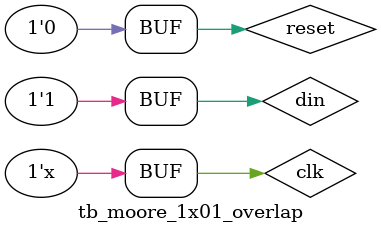
<source format=v>
module moore_1x01_overlap (
    input din,clk,reset,output y1,y2
);
    parameter s1=4'b0000,s2=s1+1'b1,s3=s2+1'b1,s4=s3+1'b1,s5=s4+1'b1,s6=s5+1'b1,s7=s6+1'b1,s8=s7+1'b1; 
    reg [3:0]cs,ns;

    always @(posedge clk ) begin
        if (reset) begin
            cs<=0;
        end else begin
            cs<=ns;
        end
    end

    always @(cs,din) begin
        case(cs) 
            s1: if(din==1) ns<=s2; else ns<=s1;
            s2: if(din==0) ns<=s3; else ns<=s6;
            //1001
            s3: if(din==0) ns<=s4; else ns<=s2;
            s4: if(din==1) ns<=s5; else ns<=s1;
            s5: if(din==1) ns<=s1; else ns<=s3;
            //1101
            s6: if(din==0) ns<=s7; else ns<=s6; 
            s7: if(din==1) ns<=s8; else ns<=s2; 
            s8: if(din==1) ns<=s6; else ns<=s1;
            default : ns<=s1;
                 
        endcase
    end
assign y1=(cs==s8)?1:0;
assign y2=(cs==s5)?1:0;
endmodule //moore_1x01_overlap

module tb_moore_1x01_overlap (
    
);
    reg din,clk,reset;
    wire y1,y2 ;
    initial begin
        {clk,reset}<=0;
        repeat(2) begin
        din=0;#10;
        din=1;#10;
        din=0;#10;
        din=0;#10;
        din=1;#10;
        din=1;#10;
        din=0;#10;
        din=1;#10;
        din=1;#10;
        din=0;#10;
        din=1;
        end
    end
    always #5 clk=~clk;

    moore_1x01_overlap a1(din,clk,reset,y1,y2);
endmodule //moore_1x01_overlap

</source>
